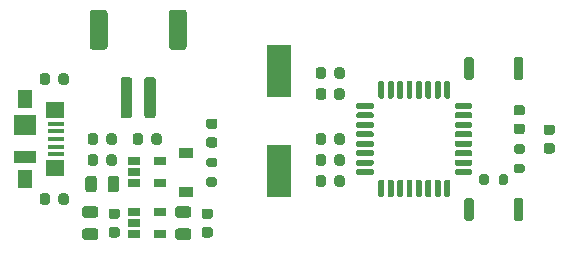
<source format=gtp>
G04 #@! TF.GenerationSoftware,KiCad,Pcbnew,(5.1.6)-1*
G04 #@! TF.CreationDate,2021-03-27T23:23:02-04:00*
G04 #@! TF.ProjectId,STM8Feather,53544d38-4665-4617-9468-65722e6b6963,rev?*
G04 #@! TF.SameCoordinates,Original*
G04 #@! TF.FileFunction,Paste,Top*
G04 #@! TF.FilePolarity,Positive*
%FSLAX46Y46*%
G04 Gerber Fmt 4.6, Leading zero omitted, Abs format (unit mm)*
G04 Created by KiCad (PCBNEW (5.1.6)-1) date 2021-03-27 23:23:02*
%MOMM*%
%LPD*%
G01*
G04 APERTURE LIST*
%ADD10R,1.200000X0.900000*%
%ADD11R,1.380000X0.450000*%
%ADD12R,1.550000X1.425000*%
%ADD13R,1.300000X1.650000*%
%ADD14R,1.900000X1.800000*%
%ADD15R,1.900000X1.000000*%
%ADD16R,1.060000X0.650000*%
%ADD17R,2.000000X4.500000*%
G04 APERTURE END LIST*
G36*
G01*
X54765000Y-34155000D02*
X54765000Y-33905000D01*
G75*
G02*
X54890000Y-33780000I125000J0D01*
G01*
X56140000Y-33780000D01*
G75*
G02*
X56265000Y-33905000I0J-125000D01*
G01*
X56265000Y-34155000D01*
G75*
G02*
X56140000Y-34280000I-125000J0D01*
G01*
X54890000Y-34280000D01*
G75*
G02*
X54765000Y-34155000I0J125000D01*
G01*
G37*
G36*
G01*
X54765000Y-34955000D02*
X54765000Y-34705000D01*
G75*
G02*
X54890000Y-34580000I125000J0D01*
G01*
X56140000Y-34580000D01*
G75*
G02*
X56265000Y-34705000I0J-125000D01*
G01*
X56265000Y-34955000D01*
G75*
G02*
X56140000Y-35080000I-125000J0D01*
G01*
X54890000Y-35080000D01*
G75*
G02*
X54765000Y-34955000I0J125000D01*
G01*
G37*
G36*
G01*
X54765000Y-35755000D02*
X54765000Y-35505000D01*
G75*
G02*
X54890000Y-35380000I125000J0D01*
G01*
X56140000Y-35380000D01*
G75*
G02*
X56265000Y-35505000I0J-125000D01*
G01*
X56265000Y-35755000D01*
G75*
G02*
X56140000Y-35880000I-125000J0D01*
G01*
X54890000Y-35880000D01*
G75*
G02*
X54765000Y-35755000I0J125000D01*
G01*
G37*
G36*
G01*
X54765000Y-36555000D02*
X54765000Y-36305000D01*
G75*
G02*
X54890000Y-36180000I125000J0D01*
G01*
X56140000Y-36180000D01*
G75*
G02*
X56265000Y-36305000I0J-125000D01*
G01*
X56265000Y-36555000D01*
G75*
G02*
X56140000Y-36680000I-125000J0D01*
G01*
X54890000Y-36680000D01*
G75*
G02*
X54765000Y-36555000I0J125000D01*
G01*
G37*
G36*
G01*
X54765000Y-37355000D02*
X54765000Y-37105000D01*
G75*
G02*
X54890000Y-36980000I125000J0D01*
G01*
X56140000Y-36980000D01*
G75*
G02*
X56265000Y-37105000I0J-125000D01*
G01*
X56265000Y-37355000D01*
G75*
G02*
X56140000Y-37480000I-125000J0D01*
G01*
X54890000Y-37480000D01*
G75*
G02*
X54765000Y-37355000I0J125000D01*
G01*
G37*
G36*
G01*
X54765000Y-38155000D02*
X54765000Y-37905000D01*
G75*
G02*
X54890000Y-37780000I125000J0D01*
G01*
X56140000Y-37780000D01*
G75*
G02*
X56265000Y-37905000I0J-125000D01*
G01*
X56265000Y-38155000D01*
G75*
G02*
X56140000Y-38280000I-125000J0D01*
G01*
X54890000Y-38280000D01*
G75*
G02*
X54765000Y-38155000I0J125000D01*
G01*
G37*
G36*
G01*
X54765000Y-38955000D02*
X54765000Y-38705000D01*
G75*
G02*
X54890000Y-38580000I125000J0D01*
G01*
X56140000Y-38580000D01*
G75*
G02*
X56265000Y-38705000I0J-125000D01*
G01*
X56265000Y-38955000D01*
G75*
G02*
X56140000Y-39080000I-125000J0D01*
G01*
X54890000Y-39080000D01*
G75*
G02*
X54765000Y-38955000I0J125000D01*
G01*
G37*
G36*
G01*
X54765000Y-39755000D02*
X54765000Y-39505000D01*
G75*
G02*
X54890000Y-39380000I125000J0D01*
G01*
X56140000Y-39380000D01*
G75*
G02*
X56265000Y-39505000I0J-125000D01*
G01*
X56265000Y-39755000D01*
G75*
G02*
X56140000Y-39880000I-125000J0D01*
G01*
X54890000Y-39880000D01*
G75*
G02*
X54765000Y-39755000I0J125000D01*
G01*
G37*
G36*
G01*
X56640000Y-41630000D02*
X56640000Y-40380000D01*
G75*
G02*
X56765000Y-40255000I125000J0D01*
G01*
X57015000Y-40255000D01*
G75*
G02*
X57140000Y-40380000I0J-125000D01*
G01*
X57140000Y-41630000D01*
G75*
G02*
X57015000Y-41755000I-125000J0D01*
G01*
X56765000Y-41755000D01*
G75*
G02*
X56640000Y-41630000I0J125000D01*
G01*
G37*
G36*
G01*
X57440000Y-41630000D02*
X57440000Y-40380000D01*
G75*
G02*
X57565000Y-40255000I125000J0D01*
G01*
X57815000Y-40255000D01*
G75*
G02*
X57940000Y-40380000I0J-125000D01*
G01*
X57940000Y-41630000D01*
G75*
G02*
X57815000Y-41755000I-125000J0D01*
G01*
X57565000Y-41755000D01*
G75*
G02*
X57440000Y-41630000I0J125000D01*
G01*
G37*
G36*
G01*
X58240000Y-41630000D02*
X58240000Y-40380000D01*
G75*
G02*
X58365000Y-40255000I125000J0D01*
G01*
X58615000Y-40255000D01*
G75*
G02*
X58740000Y-40380000I0J-125000D01*
G01*
X58740000Y-41630000D01*
G75*
G02*
X58615000Y-41755000I-125000J0D01*
G01*
X58365000Y-41755000D01*
G75*
G02*
X58240000Y-41630000I0J125000D01*
G01*
G37*
G36*
G01*
X59040000Y-41630000D02*
X59040000Y-40380000D01*
G75*
G02*
X59165000Y-40255000I125000J0D01*
G01*
X59415000Y-40255000D01*
G75*
G02*
X59540000Y-40380000I0J-125000D01*
G01*
X59540000Y-41630000D01*
G75*
G02*
X59415000Y-41755000I-125000J0D01*
G01*
X59165000Y-41755000D01*
G75*
G02*
X59040000Y-41630000I0J125000D01*
G01*
G37*
G36*
G01*
X59840000Y-41630000D02*
X59840000Y-40380000D01*
G75*
G02*
X59965000Y-40255000I125000J0D01*
G01*
X60215000Y-40255000D01*
G75*
G02*
X60340000Y-40380000I0J-125000D01*
G01*
X60340000Y-41630000D01*
G75*
G02*
X60215000Y-41755000I-125000J0D01*
G01*
X59965000Y-41755000D01*
G75*
G02*
X59840000Y-41630000I0J125000D01*
G01*
G37*
G36*
G01*
X60640000Y-41630000D02*
X60640000Y-40380000D01*
G75*
G02*
X60765000Y-40255000I125000J0D01*
G01*
X61015000Y-40255000D01*
G75*
G02*
X61140000Y-40380000I0J-125000D01*
G01*
X61140000Y-41630000D01*
G75*
G02*
X61015000Y-41755000I-125000J0D01*
G01*
X60765000Y-41755000D01*
G75*
G02*
X60640000Y-41630000I0J125000D01*
G01*
G37*
G36*
G01*
X61440000Y-41630000D02*
X61440000Y-40380000D01*
G75*
G02*
X61565000Y-40255000I125000J0D01*
G01*
X61815000Y-40255000D01*
G75*
G02*
X61940000Y-40380000I0J-125000D01*
G01*
X61940000Y-41630000D01*
G75*
G02*
X61815000Y-41755000I-125000J0D01*
G01*
X61565000Y-41755000D01*
G75*
G02*
X61440000Y-41630000I0J125000D01*
G01*
G37*
G36*
G01*
X62240000Y-41630000D02*
X62240000Y-40380000D01*
G75*
G02*
X62365000Y-40255000I125000J0D01*
G01*
X62615000Y-40255000D01*
G75*
G02*
X62740000Y-40380000I0J-125000D01*
G01*
X62740000Y-41630000D01*
G75*
G02*
X62615000Y-41755000I-125000J0D01*
G01*
X62365000Y-41755000D01*
G75*
G02*
X62240000Y-41630000I0J125000D01*
G01*
G37*
G36*
G01*
X63115000Y-39755000D02*
X63115000Y-39505000D01*
G75*
G02*
X63240000Y-39380000I125000J0D01*
G01*
X64490000Y-39380000D01*
G75*
G02*
X64615000Y-39505000I0J-125000D01*
G01*
X64615000Y-39755000D01*
G75*
G02*
X64490000Y-39880000I-125000J0D01*
G01*
X63240000Y-39880000D01*
G75*
G02*
X63115000Y-39755000I0J125000D01*
G01*
G37*
G36*
G01*
X63115000Y-38955000D02*
X63115000Y-38705000D01*
G75*
G02*
X63240000Y-38580000I125000J0D01*
G01*
X64490000Y-38580000D01*
G75*
G02*
X64615000Y-38705000I0J-125000D01*
G01*
X64615000Y-38955000D01*
G75*
G02*
X64490000Y-39080000I-125000J0D01*
G01*
X63240000Y-39080000D01*
G75*
G02*
X63115000Y-38955000I0J125000D01*
G01*
G37*
G36*
G01*
X63115000Y-38155000D02*
X63115000Y-37905000D01*
G75*
G02*
X63240000Y-37780000I125000J0D01*
G01*
X64490000Y-37780000D01*
G75*
G02*
X64615000Y-37905000I0J-125000D01*
G01*
X64615000Y-38155000D01*
G75*
G02*
X64490000Y-38280000I-125000J0D01*
G01*
X63240000Y-38280000D01*
G75*
G02*
X63115000Y-38155000I0J125000D01*
G01*
G37*
G36*
G01*
X63115000Y-37355000D02*
X63115000Y-37105000D01*
G75*
G02*
X63240000Y-36980000I125000J0D01*
G01*
X64490000Y-36980000D01*
G75*
G02*
X64615000Y-37105000I0J-125000D01*
G01*
X64615000Y-37355000D01*
G75*
G02*
X64490000Y-37480000I-125000J0D01*
G01*
X63240000Y-37480000D01*
G75*
G02*
X63115000Y-37355000I0J125000D01*
G01*
G37*
G36*
G01*
X63115000Y-36555000D02*
X63115000Y-36305000D01*
G75*
G02*
X63240000Y-36180000I125000J0D01*
G01*
X64490000Y-36180000D01*
G75*
G02*
X64615000Y-36305000I0J-125000D01*
G01*
X64615000Y-36555000D01*
G75*
G02*
X64490000Y-36680000I-125000J0D01*
G01*
X63240000Y-36680000D01*
G75*
G02*
X63115000Y-36555000I0J125000D01*
G01*
G37*
G36*
G01*
X63115000Y-35755000D02*
X63115000Y-35505000D01*
G75*
G02*
X63240000Y-35380000I125000J0D01*
G01*
X64490000Y-35380000D01*
G75*
G02*
X64615000Y-35505000I0J-125000D01*
G01*
X64615000Y-35755000D01*
G75*
G02*
X64490000Y-35880000I-125000J0D01*
G01*
X63240000Y-35880000D01*
G75*
G02*
X63115000Y-35755000I0J125000D01*
G01*
G37*
G36*
G01*
X63115000Y-34955000D02*
X63115000Y-34705000D01*
G75*
G02*
X63240000Y-34580000I125000J0D01*
G01*
X64490000Y-34580000D01*
G75*
G02*
X64615000Y-34705000I0J-125000D01*
G01*
X64615000Y-34955000D01*
G75*
G02*
X64490000Y-35080000I-125000J0D01*
G01*
X63240000Y-35080000D01*
G75*
G02*
X63115000Y-34955000I0J125000D01*
G01*
G37*
G36*
G01*
X63115000Y-34155000D02*
X63115000Y-33905000D01*
G75*
G02*
X63240000Y-33780000I125000J0D01*
G01*
X64490000Y-33780000D01*
G75*
G02*
X64615000Y-33905000I0J-125000D01*
G01*
X64615000Y-34155000D01*
G75*
G02*
X64490000Y-34280000I-125000J0D01*
G01*
X63240000Y-34280000D01*
G75*
G02*
X63115000Y-34155000I0J125000D01*
G01*
G37*
G36*
G01*
X62240000Y-33280000D02*
X62240000Y-32030000D01*
G75*
G02*
X62365000Y-31905000I125000J0D01*
G01*
X62615000Y-31905000D01*
G75*
G02*
X62740000Y-32030000I0J-125000D01*
G01*
X62740000Y-33280000D01*
G75*
G02*
X62615000Y-33405000I-125000J0D01*
G01*
X62365000Y-33405000D01*
G75*
G02*
X62240000Y-33280000I0J125000D01*
G01*
G37*
G36*
G01*
X61440000Y-33280000D02*
X61440000Y-32030000D01*
G75*
G02*
X61565000Y-31905000I125000J0D01*
G01*
X61815000Y-31905000D01*
G75*
G02*
X61940000Y-32030000I0J-125000D01*
G01*
X61940000Y-33280000D01*
G75*
G02*
X61815000Y-33405000I-125000J0D01*
G01*
X61565000Y-33405000D01*
G75*
G02*
X61440000Y-33280000I0J125000D01*
G01*
G37*
G36*
G01*
X60640000Y-33280000D02*
X60640000Y-32030000D01*
G75*
G02*
X60765000Y-31905000I125000J0D01*
G01*
X61015000Y-31905000D01*
G75*
G02*
X61140000Y-32030000I0J-125000D01*
G01*
X61140000Y-33280000D01*
G75*
G02*
X61015000Y-33405000I-125000J0D01*
G01*
X60765000Y-33405000D01*
G75*
G02*
X60640000Y-33280000I0J125000D01*
G01*
G37*
G36*
G01*
X59840000Y-33280000D02*
X59840000Y-32030000D01*
G75*
G02*
X59965000Y-31905000I125000J0D01*
G01*
X60215000Y-31905000D01*
G75*
G02*
X60340000Y-32030000I0J-125000D01*
G01*
X60340000Y-33280000D01*
G75*
G02*
X60215000Y-33405000I-125000J0D01*
G01*
X59965000Y-33405000D01*
G75*
G02*
X59840000Y-33280000I0J125000D01*
G01*
G37*
G36*
G01*
X59040000Y-33280000D02*
X59040000Y-32030000D01*
G75*
G02*
X59165000Y-31905000I125000J0D01*
G01*
X59415000Y-31905000D01*
G75*
G02*
X59540000Y-32030000I0J-125000D01*
G01*
X59540000Y-33280000D01*
G75*
G02*
X59415000Y-33405000I-125000J0D01*
G01*
X59165000Y-33405000D01*
G75*
G02*
X59040000Y-33280000I0J125000D01*
G01*
G37*
G36*
G01*
X58240000Y-33280000D02*
X58240000Y-32030000D01*
G75*
G02*
X58365000Y-31905000I125000J0D01*
G01*
X58615000Y-31905000D01*
G75*
G02*
X58740000Y-32030000I0J-125000D01*
G01*
X58740000Y-33280000D01*
G75*
G02*
X58615000Y-33405000I-125000J0D01*
G01*
X58365000Y-33405000D01*
G75*
G02*
X58240000Y-33280000I0J125000D01*
G01*
G37*
G36*
G01*
X57440000Y-33280000D02*
X57440000Y-32030000D01*
G75*
G02*
X57565000Y-31905000I125000J0D01*
G01*
X57815000Y-31905000D01*
G75*
G02*
X57940000Y-32030000I0J-125000D01*
G01*
X57940000Y-33280000D01*
G75*
G02*
X57815000Y-33405000I-125000J0D01*
G01*
X57565000Y-33405000D01*
G75*
G02*
X57440000Y-33280000I0J125000D01*
G01*
G37*
G36*
G01*
X56640000Y-33280000D02*
X56640000Y-32030000D01*
G75*
G02*
X56765000Y-31905000I125000J0D01*
G01*
X57015000Y-31905000D01*
G75*
G02*
X57140000Y-32030000I0J-125000D01*
G01*
X57140000Y-33280000D01*
G75*
G02*
X57015000Y-33405000I-125000J0D01*
G01*
X56765000Y-33405000D01*
G75*
G02*
X56640000Y-33280000I0J125000D01*
G01*
G37*
G36*
G01*
X29560000Y-42166250D02*
X29560000Y-41653750D01*
G75*
G02*
X29778750Y-41435000I218750J0D01*
G01*
X30216250Y-41435000D01*
G75*
G02*
X30435000Y-41653750I0J-218750D01*
G01*
X30435000Y-42166250D01*
G75*
G02*
X30216250Y-42385000I-218750J0D01*
G01*
X29778750Y-42385000D01*
G75*
G02*
X29560000Y-42166250I0J218750D01*
G01*
G37*
G36*
G01*
X27985000Y-42166250D02*
X27985000Y-41653750D01*
G75*
G02*
X28203750Y-41435000I218750J0D01*
G01*
X28641250Y-41435000D01*
G75*
G02*
X28860000Y-41653750I0J-218750D01*
G01*
X28860000Y-42166250D01*
G75*
G02*
X28641250Y-42385000I-218750J0D01*
G01*
X28203750Y-42385000D01*
G75*
G02*
X27985000Y-42166250I0J218750D01*
G01*
G37*
G36*
G01*
X31801750Y-42517000D02*
X32714250Y-42517000D01*
G75*
G02*
X32958000Y-42760750I0J-243750D01*
G01*
X32958000Y-43248250D01*
G75*
G02*
X32714250Y-43492000I-243750J0D01*
G01*
X31801750Y-43492000D01*
G75*
G02*
X31558000Y-43248250I0J243750D01*
G01*
X31558000Y-42760750D01*
G75*
G02*
X31801750Y-42517000I243750J0D01*
G01*
G37*
G36*
G01*
X31801750Y-44392000D02*
X32714250Y-44392000D01*
G75*
G02*
X32958000Y-44635750I0J-243750D01*
G01*
X32958000Y-45123250D01*
G75*
G02*
X32714250Y-45367000I-243750J0D01*
G01*
X31801750Y-45367000D01*
G75*
G02*
X31558000Y-45123250I0J243750D01*
G01*
X31558000Y-44635750D01*
G75*
G02*
X31801750Y-44392000I243750J0D01*
G01*
G37*
G36*
G01*
X34699000Y-40183750D02*
X34699000Y-41096250D01*
G75*
G02*
X34455250Y-41340000I-243750J0D01*
G01*
X33967750Y-41340000D01*
G75*
G02*
X33724000Y-41096250I0J243750D01*
G01*
X33724000Y-40183750D01*
G75*
G02*
X33967750Y-39940000I243750J0D01*
G01*
X34455250Y-39940000D01*
G75*
G02*
X34699000Y-40183750I0J-243750D01*
G01*
G37*
G36*
G01*
X32824000Y-40183750D02*
X32824000Y-41096250D01*
G75*
G02*
X32580250Y-41340000I-243750J0D01*
G01*
X32092750Y-41340000D01*
G75*
G02*
X31849000Y-41096250I0J243750D01*
G01*
X31849000Y-40183750D01*
G75*
G02*
X32092750Y-39940000I243750J0D01*
G01*
X32580250Y-39940000D01*
G75*
G02*
X32824000Y-40183750I0J-243750D01*
G01*
G37*
G36*
G01*
X39675750Y-44392000D02*
X40588250Y-44392000D01*
G75*
G02*
X40832000Y-44635750I0J-243750D01*
G01*
X40832000Y-45123250D01*
G75*
G02*
X40588250Y-45367000I-243750J0D01*
G01*
X39675750Y-45367000D01*
G75*
G02*
X39432000Y-45123250I0J243750D01*
G01*
X39432000Y-44635750D01*
G75*
G02*
X39675750Y-44392000I243750J0D01*
G01*
G37*
G36*
G01*
X39675750Y-42517000D02*
X40588250Y-42517000D01*
G75*
G02*
X40832000Y-42760750I0J-243750D01*
G01*
X40832000Y-43248250D01*
G75*
G02*
X40588250Y-43492000I-243750J0D01*
G01*
X39675750Y-43492000D01*
G75*
G02*
X39432000Y-43248250I0J243750D01*
G01*
X39432000Y-42760750D01*
G75*
G02*
X39675750Y-42517000I243750J0D01*
G01*
G37*
G36*
G01*
X41907750Y-42717000D02*
X42420250Y-42717000D01*
G75*
G02*
X42639000Y-42935750I0J-218750D01*
G01*
X42639000Y-43373250D01*
G75*
G02*
X42420250Y-43592000I-218750J0D01*
G01*
X41907750Y-43592000D01*
G75*
G02*
X41689000Y-43373250I0J218750D01*
G01*
X41689000Y-42935750D01*
G75*
G02*
X41907750Y-42717000I218750J0D01*
G01*
G37*
G36*
G01*
X41907750Y-44292000D02*
X42420250Y-44292000D01*
G75*
G02*
X42639000Y-44510750I0J-218750D01*
G01*
X42639000Y-44948250D01*
G75*
G02*
X42420250Y-45167000I-218750J0D01*
G01*
X41907750Y-45167000D01*
G75*
G02*
X41689000Y-44948250I0J218750D01*
G01*
X41689000Y-44510750D01*
G75*
G02*
X41907750Y-44292000I218750J0D01*
G01*
G37*
G36*
G01*
X52228000Y-36573750D02*
X52228000Y-37086250D01*
G75*
G02*
X52009250Y-37305000I-218750J0D01*
G01*
X51571750Y-37305000D01*
G75*
G02*
X51353000Y-37086250I0J218750D01*
G01*
X51353000Y-36573750D01*
G75*
G02*
X51571750Y-36355000I218750J0D01*
G01*
X52009250Y-36355000D01*
G75*
G02*
X52228000Y-36573750I0J-218750D01*
G01*
G37*
G36*
G01*
X53803000Y-36573750D02*
X53803000Y-37086250D01*
G75*
G02*
X53584250Y-37305000I-218750J0D01*
G01*
X53146750Y-37305000D01*
G75*
G02*
X52928000Y-37086250I0J218750D01*
G01*
X52928000Y-36573750D01*
G75*
G02*
X53146750Y-36355000I218750J0D01*
G01*
X53584250Y-36355000D01*
G75*
G02*
X53803000Y-36573750I0J-218750D01*
G01*
G37*
G36*
G01*
X53803000Y-38351750D02*
X53803000Y-38864250D01*
G75*
G02*
X53584250Y-39083000I-218750J0D01*
G01*
X53146750Y-39083000D01*
G75*
G02*
X52928000Y-38864250I0J218750D01*
G01*
X52928000Y-38351750D01*
G75*
G02*
X53146750Y-38133000I218750J0D01*
G01*
X53584250Y-38133000D01*
G75*
G02*
X53803000Y-38351750I0J-218750D01*
G01*
G37*
G36*
G01*
X52228000Y-38351750D02*
X52228000Y-38864250D01*
G75*
G02*
X52009250Y-39083000I-218750J0D01*
G01*
X51571750Y-39083000D01*
G75*
G02*
X51353000Y-38864250I0J218750D01*
G01*
X51353000Y-38351750D01*
G75*
G02*
X51571750Y-38133000I218750J0D01*
G01*
X52009250Y-38133000D01*
G75*
G02*
X52228000Y-38351750I0J-218750D01*
G01*
G37*
G36*
G01*
X32049000Y-37086250D02*
X32049000Y-36573750D01*
G75*
G02*
X32267750Y-36355000I218750J0D01*
G01*
X32705250Y-36355000D01*
G75*
G02*
X32924000Y-36573750I0J-218750D01*
G01*
X32924000Y-37086250D01*
G75*
G02*
X32705250Y-37305000I-218750J0D01*
G01*
X32267750Y-37305000D01*
G75*
G02*
X32049000Y-37086250I0J218750D01*
G01*
G37*
G36*
G01*
X33624000Y-37086250D02*
X33624000Y-36573750D01*
G75*
G02*
X33842750Y-36355000I218750J0D01*
G01*
X34280250Y-36355000D01*
G75*
G02*
X34499000Y-36573750I0J-218750D01*
G01*
X34499000Y-37086250D01*
G75*
G02*
X34280250Y-37305000I-218750J0D01*
G01*
X33842750Y-37305000D01*
G75*
G02*
X33624000Y-37086250I0J218750D01*
G01*
G37*
D10*
X40386000Y-41274000D03*
X40386000Y-37974000D03*
D11*
X29400000Y-35530000D03*
X29400000Y-36180000D03*
X29400000Y-36830000D03*
X29400000Y-37480000D03*
X29400000Y-38130000D03*
D12*
X29315000Y-34342500D03*
X29315000Y-39317500D03*
D13*
X26740000Y-33455000D03*
X26740000Y-40205000D03*
D14*
X26740000Y-35680000D03*
D15*
X26740000Y-38380000D03*
G36*
G01*
X38309000Y-36573750D02*
X38309000Y-37086250D01*
G75*
G02*
X38090250Y-37305000I-218750J0D01*
G01*
X37652750Y-37305000D01*
G75*
G02*
X37434000Y-37086250I0J218750D01*
G01*
X37434000Y-36573750D01*
G75*
G02*
X37652750Y-36355000I218750J0D01*
G01*
X38090250Y-36355000D01*
G75*
G02*
X38309000Y-36573750I0J-218750D01*
G01*
G37*
G36*
G01*
X36734000Y-36573750D02*
X36734000Y-37086250D01*
G75*
G02*
X36515250Y-37305000I-218750J0D01*
G01*
X36077750Y-37305000D01*
G75*
G02*
X35859000Y-37086250I0J218750D01*
G01*
X35859000Y-36573750D01*
G75*
G02*
X36077750Y-36355000I218750J0D01*
G01*
X36515250Y-36355000D01*
G75*
G02*
X36734000Y-36573750I0J-218750D01*
G01*
G37*
G36*
G01*
X27985000Y-32006250D02*
X27985000Y-31493750D01*
G75*
G02*
X28203750Y-31275000I218750J0D01*
G01*
X28641250Y-31275000D01*
G75*
G02*
X28860000Y-31493750I0J-218750D01*
G01*
X28860000Y-32006250D01*
G75*
G02*
X28641250Y-32225000I-218750J0D01*
G01*
X28203750Y-32225000D01*
G75*
G02*
X27985000Y-32006250I0J218750D01*
G01*
G37*
G36*
G01*
X29560000Y-32006250D02*
X29560000Y-31493750D01*
G75*
G02*
X29778750Y-31275000I218750J0D01*
G01*
X30216250Y-31275000D01*
G75*
G02*
X30435000Y-31493750I0J-218750D01*
G01*
X30435000Y-32006250D01*
G75*
G02*
X30216250Y-32225000I-218750J0D01*
G01*
X29778750Y-32225000D01*
G75*
G02*
X29560000Y-32006250I0J218750D01*
G01*
G37*
G36*
G01*
X33624000Y-38864250D02*
X33624000Y-38351750D01*
G75*
G02*
X33842750Y-38133000I218750J0D01*
G01*
X34280250Y-38133000D01*
G75*
G02*
X34499000Y-38351750I0J-218750D01*
G01*
X34499000Y-38864250D01*
G75*
G02*
X34280250Y-39083000I-218750J0D01*
G01*
X33842750Y-39083000D01*
G75*
G02*
X33624000Y-38864250I0J218750D01*
G01*
G37*
G36*
G01*
X32049000Y-38864250D02*
X32049000Y-38351750D01*
G75*
G02*
X32267750Y-38133000I218750J0D01*
G01*
X32705250Y-38133000D01*
G75*
G02*
X32924000Y-38351750I0J-218750D01*
G01*
X32924000Y-38864250D01*
G75*
G02*
X32705250Y-39083000I-218750J0D01*
G01*
X32267750Y-39083000D01*
G75*
G02*
X32049000Y-38864250I0J218750D01*
G01*
G37*
G36*
G01*
X34546250Y-43592000D02*
X34033750Y-43592000D01*
G75*
G02*
X33815000Y-43373250I0J218750D01*
G01*
X33815000Y-42935750D01*
G75*
G02*
X34033750Y-42717000I218750J0D01*
G01*
X34546250Y-42717000D01*
G75*
G02*
X34765000Y-42935750I0J-218750D01*
G01*
X34765000Y-43373250D01*
G75*
G02*
X34546250Y-43592000I-218750J0D01*
G01*
G37*
G36*
G01*
X34546250Y-45167000D02*
X34033750Y-45167000D01*
G75*
G02*
X33815000Y-44948250I0J218750D01*
G01*
X33815000Y-44510750D01*
G75*
G02*
X34033750Y-44292000I218750J0D01*
G01*
X34546250Y-44292000D01*
G75*
G02*
X34765000Y-44510750I0J-218750D01*
G01*
X34765000Y-44948250D01*
G75*
G02*
X34546250Y-45167000I-218750J0D01*
G01*
G37*
D16*
X35984000Y-38674000D03*
X35984000Y-39624000D03*
X35984000Y-40574000D03*
X38184000Y-40574000D03*
X38184000Y-38674000D03*
X38184000Y-42992000D03*
X38184000Y-44892000D03*
X35984000Y-44892000D03*
X35984000Y-43942000D03*
X35984000Y-42992000D03*
G36*
G01*
X37822000Y-31830000D02*
X37822000Y-34830000D01*
G75*
G02*
X37572000Y-35080000I-250000J0D01*
G01*
X37072000Y-35080000D01*
G75*
G02*
X36822000Y-34830000I0J250000D01*
G01*
X36822000Y-31830000D01*
G75*
G02*
X37072000Y-31580000I250000J0D01*
G01*
X37572000Y-31580000D01*
G75*
G02*
X37822000Y-31830000I0J-250000D01*
G01*
G37*
G36*
G01*
X35822000Y-31830000D02*
X35822000Y-34830000D01*
G75*
G02*
X35572000Y-35080000I-250000J0D01*
G01*
X35072000Y-35080000D01*
G75*
G02*
X34822000Y-34830000I0J250000D01*
G01*
X34822000Y-31830000D01*
G75*
G02*
X35072000Y-31580000I250000J0D01*
G01*
X35572000Y-31580000D01*
G75*
G02*
X35822000Y-31830000I0J-250000D01*
G01*
G37*
G36*
G01*
X40422000Y-26130000D02*
X40422000Y-29030000D01*
G75*
G02*
X40172000Y-29280000I-250000J0D01*
G01*
X39172000Y-29280000D01*
G75*
G02*
X38922000Y-29030000I0J250000D01*
G01*
X38922000Y-26130000D01*
G75*
G02*
X39172000Y-25880000I250000J0D01*
G01*
X40172000Y-25880000D01*
G75*
G02*
X40422000Y-26130000I0J-250000D01*
G01*
G37*
G36*
G01*
X33722000Y-26130000D02*
X33722000Y-29030000D01*
G75*
G02*
X33472000Y-29280000I-250000J0D01*
G01*
X32472000Y-29280000D01*
G75*
G02*
X32222000Y-29030000I0J250000D01*
G01*
X32222000Y-26130000D01*
G75*
G02*
X32472000Y-25880000I250000J0D01*
G01*
X33472000Y-25880000D01*
G75*
G02*
X33722000Y-26130000I0J-250000D01*
G01*
G37*
G36*
G01*
X52928000Y-31498250D02*
X52928000Y-30985750D01*
G75*
G02*
X53146750Y-30767000I218750J0D01*
G01*
X53584250Y-30767000D01*
G75*
G02*
X53803000Y-30985750I0J-218750D01*
G01*
X53803000Y-31498250D01*
G75*
G02*
X53584250Y-31717000I-218750J0D01*
G01*
X53146750Y-31717000D01*
G75*
G02*
X52928000Y-31498250I0J218750D01*
G01*
G37*
G36*
G01*
X51353000Y-31498250D02*
X51353000Y-30985750D01*
G75*
G02*
X51571750Y-30767000I218750J0D01*
G01*
X52009250Y-30767000D01*
G75*
G02*
X52228000Y-30985750I0J-218750D01*
G01*
X52228000Y-31498250D01*
G75*
G02*
X52009250Y-31717000I-218750J0D01*
G01*
X51571750Y-31717000D01*
G75*
G02*
X51353000Y-31498250I0J218750D01*
G01*
G37*
G36*
G01*
X51353000Y-40642250D02*
X51353000Y-40129750D01*
G75*
G02*
X51571750Y-39911000I218750J0D01*
G01*
X52009250Y-39911000D01*
G75*
G02*
X52228000Y-40129750I0J-218750D01*
G01*
X52228000Y-40642250D01*
G75*
G02*
X52009250Y-40861000I-218750J0D01*
G01*
X51571750Y-40861000D01*
G75*
G02*
X51353000Y-40642250I0J218750D01*
G01*
G37*
G36*
G01*
X52928000Y-40642250D02*
X52928000Y-40129750D01*
G75*
G02*
X53146750Y-39911000I218750J0D01*
G01*
X53584250Y-39911000D01*
G75*
G02*
X53803000Y-40129750I0J-218750D01*
G01*
X53803000Y-40642250D01*
G75*
G02*
X53584250Y-40861000I-218750J0D01*
G01*
X53146750Y-40861000D01*
G75*
G02*
X52928000Y-40642250I0J218750D01*
G01*
G37*
D17*
X48260000Y-31056000D03*
X48260000Y-39556000D03*
G36*
G01*
X71376250Y-38055000D02*
X70863750Y-38055000D01*
G75*
G02*
X70645000Y-37836250I0J218750D01*
G01*
X70645000Y-37398750D01*
G75*
G02*
X70863750Y-37180000I218750J0D01*
G01*
X71376250Y-37180000D01*
G75*
G02*
X71595000Y-37398750I0J-218750D01*
G01*
X71595000Y-37836250D01*
G75*
G02*
X71376250Y-38055000I-218750J0D01*
G01*
G37*
G36*
G01*
X71376250Y-36480000D02*
X70863750Y-36480000D01*
G75*
G02*
X70645000Y-36261250I0J218750D01*
G01*
X70645000Y-35823750D01*
G75*
G02*
X70863750Y-35605000I218750J0D01*
G01*
X71376250Y-35605000D01*
G75*
G02*
X71595000Y-35823750I0J-218750D01*
G01*
X71595000Y-36261250D01*
G75*
G02*
X71376250Y-36480000I-218750J0D01*
G01*
G37*
G36*
G01*
X53803000Y-32770000D02*
X53803000Y-33270000D01*
G75*
G02*
X53578000Y-33495000I-225000J0D01*
G01*
X53128000Y-33495000D01*
G75*
G02*
X52903000Y-33270000I0J225000D01*
G01*
X52903000Y-32770000D01*
G75*
G02*
X53128000Y-32545000I225000J0D01*
G01*
X53578000Y-32545000D01*
G75*
G02*
X53803000Y-32770000I0J-225000D01*
G01*
G37*
G36*
G01*
X52253000Y-32770000D02*
X52253000Y-33270000D01*
G75*
G02*
X52028000Y-33495000I-225000J0D01*
G01*
X51578000Y-33495000D01*
G75*
G02*
X51353000Y-33270000I0J225000D01*
G01*
X51353000Y-32770000D01*
G75*
G02*
X51578000Y-32545000I225000J0D01*
G01*
X52028000Y-32545000D01*
G75*
G02*
X52253000Y-32770000I0J-225000D01*
G01*
G37*
G36*
G01*
X68323750Y-35529000D02*
X68836250Y-35529000D01*
G75*
G02*
X69055000Y-35747750I0J-218750D01*
G01*
X69055000Y-36185250D01*
G75*
G02*
X68836250Y-36404000I-218750J0D01*
G01*
X68323750Y-36404000D01*
G75*
G02*
X68105000Y-36185250I0J218750D01*
G01*
X68105000Y-35747750D01*
G75*
G02*
X68323750Y-35529000I218750J0D01*
G01*
G37*
G36*
G01*
X68323750Y-33954000D02*
X68836250Y-33954000D01*
G75*
G02*
X69055000Y-34172750I0J-218750D01*
G01*
X69055000Y-34610250D01*
G75*
G02*
X68836250Y-34829000I-218750J0D01*
G01*
X68323750Y-34829000D01*
G75*
G02*
X68105000Y-34610250I0J218750D01*
G01*
X68105000Y-34172750D01*
G75*
G02*
X68323750Y-33954000I218750J0D01*
G01*
G37*
G36*
G01*
X42288750Y-35097000D02*
X42801250Y-35097000D01*
G75*
G02*
X43020000Y-35315750I0J-218750D01*
G01*
X43020000Y-35753250D01*
G75*
G02*
X42801250Y-35972000I-218750J0D01*
G01*
X42288750Y-35972000D01*
G75*
G02*
X42070000Y-35753250I0J218750D01*
G01*
X42070000Y-35315750D01*
G75*
G02*
X42288750Y-35097000I218750J0D01*
G01*
G37*
G36*
G01*
X42288750Y-36672000D02*
X42801250Y-36672000D01*
G75*
G02*
X43020000Y-36890750I0J-218750D01*
G01*
X43020000Y-37328250D01*
G75*
G02*
X42801250Y-37547000I-218750J0D01*
G01*
X42288750Y-37547000D01*
G75*
G02*
X42070000Y-37328250I0J218750D01*
G01*
X42070000Y-36890750D01*
G75*
G02*
X42288750Y-36672000I218750J0D01*
G01*
G37*
G36*
G01*
X65196000Y-40534000D02*
X65196000Y-39984000D01*
G75*
G02*
X65396000Y-39784000I200000J0D01*
G01*
X65796000Y-39784000D01*
G75*
G02*
X65996000Y-39984000I0J-200000D01*
G01*
X65996000Y-40534000D01*
G75*
G02*
X65796000Y-40734000I-200000J0D01*
G01*
X65396000Y-40734000D01*
G75*
G02*
X65196000Y-40534000I0J200000D01*
G01*
G37*
G36*
G01*
X66846000Y-40534000D02*
X66846000Y-39984000D01*
G75*
G02*
X67046000Y-39784000I200000J0D01*
G01*
X67446000Y-39784000D01*
G75*
G02*
X67646000Y-39984000I0J-200000D01*
G01*
X67646000Y-40534000D01*
G75*
G02*
X67446000Y-40734000I-200000J0D01*
G01*
X67046000Y-40734000D01*
G75*
G02*
X66846000Y-40534000I0J200000D01*
G01*
G37*
G36*
G01*
X68855000Y-38056000D02*
X68305000Y-38056000D01*
G75*
G02*
X68105000Y-37856000I0J200000D01*
G01*
X68105000Y-37456000D01*
G75*
G02*
X68305000Y-37256000I200000J0D01*
G01*
X68855000Y-37256000D01*
G75*
G02*
X69055000Y-37456000I0J-200000D01*
G01*
X69055000Y-37856000D01*
G75*
G02*
X68855000Y-38056000I-200000J0D01*
G01*
G37*
G36*
G01*
X68855000Y-39706000D02*
X68305000Y-39706000D01*
G75*
G02*
X68105000Y-39506000I0J200000D01*
G01*
X68105000Y-39106000D01*
G75*
G02*
X68305000Y-38906000I200000J0D01*
G01*
X68855000Y-38906000D01*
G75*
G02*
X69055000Y-39106000I0J-200000D01*
G01*
X69055000Y-39506000D01*
G75*
G02*
X68855000Y-39706000I-200000J0D01*
G01*
G37*
G36*
G01*
X42820000Y-40849000D02*
X42270000Y-40849000D01*
G75*
G02*
X42070000Y-40649000I0J200000D01*
G01*
X42070000Y-40249000D01*
G75*
G02*
X42270000Y-40049000I200000J0D01*
G01*
X42820000Y-40049000D01*
G75*
G02*
X43020000Y-40249000I0J-200000D01*
G01*
X43020000Y-40649000D01*
G75*
G02*
X42820000Y-40849000I-200000J0D01*
G01*
G37*
G36*
G01*
X42820000Y-39199000D02*
X42270000Y-39199000D01*
G75*
G02*
X42070000Y-38999000I0J200000D01*
G01*
X42070000Y-38599000D01*
G75*
G02*
X42270000Y-38399000I200000J0D01*
G01*
X42820000Y-38399000D01*
G75*
G02*
X43020000Y-38599000I0J-200000D01*
G01*
X43020000Y-38999000D01*
G75*
G02*
X42820000Y-39199000I-200000J0D01*
G01*
G37*
G36*
G01*
X68121000Y-31661000D02*
X68121000Y-30061000D01*
G75*
G02*
X68321000Y-29861000I200000J0D01*
G01*
X68721000Y-29861000D01*
G75*
G02*
X68921000Y-30061000I0J-200000D01*
G01*
X68921000Y-31661000D01*
G75*
G02*
X68721000Y-31861000I-200000J0D01*
G01*
X68321000Y-31861000D01*
G75*
G02*
X68121000Y-31661000I0J200000D01*
G01*
G37*
G36*
G01*
X63921000Y-31661000D02*
X63921000Y-30061000D01*
G75*
G02*
X64121000Y-29861000I200000J0D01*
G01*
X64521000Y-29861000D01*
G75*
G02*
X64721000Y-30061000I0J-200000D01*
G01*
X64721000Y-31661000D01*
G75*
G02*
X64521000Y-31861000I-200000J0D01*
G01*
X64121000Y-31861000D01*
G75*
G02*
X63921000Y-31661000I0J200000D01*
G01*
G37*
G36*
G01*
X63921000Y-43599000D02*
X63921000Y-41999000D01*
G75*
G02*
X64121000Y-41799000I200000J0D01*
G01*
X64521000Y-41799000D01*
G75*
G02*
X64721000Y-41999000I0J-200000D01*
G01*
X64721000Y-43599000D01*
G75*
G02*
X64521000Y-43799000I-200000J0D01*
G01*
X64121000Y-43799000D01*
G75*
G02*
X63921000Y-43599000I0J200000D01*
G01*
G37*
G36*
G01*
X68121000Y-43599000D02*
X68121000Y-41999000D01*
G75*
G02*
X68321000Y-41799000I200000J0D01*
G01*
X68721000Y-41799000D01*
G75*
G02*
X68921000Y-41999000I0J-200000D01*
G01*
X68921000Y-43599000D01*
G75*
G02*
X68721000Y-43799000I-200000J0D01*
G01*
X68321000Y-43799000D01*
G75*
G02*
X68121000Y-43599000I0J200000D01*
G01*
G37*
M02*

</source>
